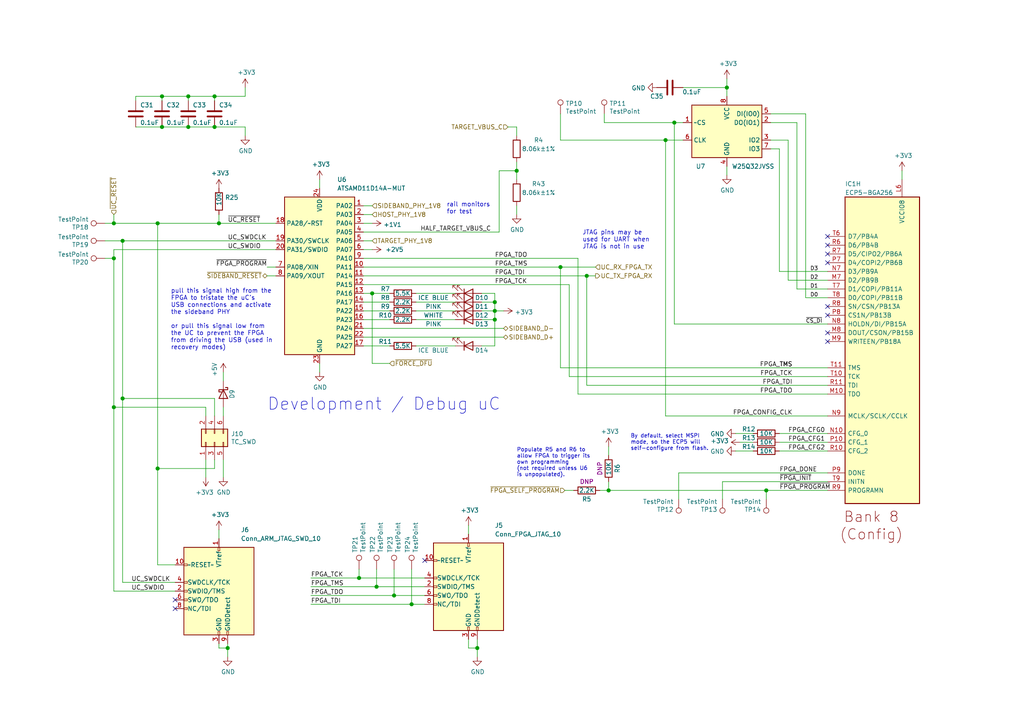
<source format=kicad_sch>
(kicad_sch (version 20210621) (generator eeschema)
  (paper "A4")
  (title_block (title "LUNA: Configuration / Dev / Debug Section") (date "2021-03-10") (rev "r0") (company "Copyright 2019-2021 Great Scott Gadgets") (comment 1 "Katherine J. Temkin") (comment 3 "Licensed under the CERN-OHL-P v2"))
  (junction (at 33.02 64.77) (diameter 1.016))
  (junction (at 33.02 74.93) (diameter 1.016))
  (junction (at 33.02 118.11) (diameter 1.016))
  (junction (at 35.56 69.85) (diameter 1.016))
  (junction (at 35.56 115.57) (diameter 1.016))
  (junction (at 45.72 64.77) (diameter 1.016))
  (junction (at 45.72 135.89) (diameter 1.016))
  (junction (at 46.99 27.94) (diameter 1.016))
  (junction (at 46.99 36.83) (diameter 1.016))
  (junction (at 54.61 27.94) (diameter 1.016))
  (junction (at 54.61 36.83) (diameter 1.016))
  (junction (at 62.23 27.94) (diameter 1.016))
  (junction (at 62.23 36.83) (diameter 1.016))
  (junction (at 63.5 64.77) (diameter 1.016))
  (junction (at 66.04 187.96) (diameter 1.016))
  (junction (at 104.14 167.64) (diameter 1.016))
  (junction (at 107.95 85.09) (diameter 1.016))
  (junction (at 109.22 170.18) (diameter 1.016))
  (junction (at 114.3 172.72) (diameter 1.016))
  (junction (at 119.38 175.26) (diameter 1.016))
  (junction (at 138.43 187.96) (diameter 1.016))
  (junction (at 143.51 87.63) (diameter 1.016))
  (junction (at 143.51 90.17) (diameter 1.016))
  (junction (at 143.51 92.71) (diameter 1.016))
  (junction (at 149.86 49.53) (diameter 1.016))
  (junction (at 162.56 77.47) (diameter 1.016))
  (junction (at 170.18 80.01) (diameter 1.016))
  (junction (at 176.53 142.24) (diameter 1.016))
  (junction (at 193.04 40.64) (diameter 1.016))
  (junction (at 195.58 35.56) (diameter 1.016))
  (junction (at 210.82 25.4) (diameter 1.016))
  (junction (at 222.25 142.24) (diameter 1.016))
  (no_connect (at 50.8 173.99))
  (no_connect (at 50.8 176.53))
  (no_connect (at 123.19 162.56))
  (no_connect (at 240.03 68.58))
  (no_connect (at 240.03 71.12))
  (no_connect (at 240.03 73.66))
  (no_connect (at 240.03 76.2))
  (no_connect (at 240.03 88.9))
  (no_connect (at 240.03 91.44))
  (no_connect (at 240.03 96.52))
  (no_connect (at 240.03 99.06))
  (wire (pts (xy 30.48 64.77) (xy 33.02 64.77)))
  (wire (pts (xy 30.48 69.85) (xy 35.56 69.85)))
  (wire (pts (xy 30.48 74.93) (xy 33.02 74.93)))
  (wire (pts (xy 33.02 62.23) (xy 33.02 64.77)))
  (wire (pts (xy 33.02 64.77) (xy 45.72 64.77)))
  (wire (pts (xy 33.02 72.39) (xy 33.02 74.93)))
  (wire (pts (xy 33.02 72.39) (xy 80.01 72.39)))
  (wire (pts (xy 33.02 74.93) (xy 33.02 118.11)))
  (wire (pts (xy 33.02 118.11) (xy 33.02 171.45)))
  (wire (pts (xy 33.02 171.45) (xy 50.8 171.45)))
  (wire (pts (xy 35.56 69.85) (xy 35.56 115.57)))
  (wire (pts (xy 35.56 69.85) (xy 80.01 69.85)))
  (wire (pts (xy 35.56 115.57) (xy 35.56 168.91)))
  (wire (pts (xy 35.56 168.91) (xy 50.8 168.91)))
  (wire (pts (xy 39.37 27.94) (xy 46.99 27.94)))
  (wire (pts (xy 39.37 29.21) (xy 39.37 27.94)))
  (wire (pts (xy 39.37 36.83) (xy 46.99 36.83)))
  (wire (pts (xy 45.72 64.77) (xy 45.72 135.89)))
  (wire (pts (xy 45.72 64.77) (xy 63.5 64.77)))
  (wire (pts (xy 45.72 135.89) (xy 45.72 163.83)))
  (wire (pts (xy 45.72 163.83) (xy 50.8 163.83)))
  (wire (pts (xy 46.99 29.21) (xy 46.99 27.94)))
  (wire (pts (xy 46.99 36.83) (xy 54.61 36.83)))
  (wire (pts (xy 54.61 27.94) (xy 46.99 27.94)))
  (wire (pts (xy 54.61 29.21) (xy 54.61 27.94)))
  (wire (pts (xy 54.61 36.83) (xy 62.23 36.83)))
  (wire (pts (xy 59.69 118.11) (xy 33.02 118.11)))
  (wire (pts (xy 59.69 120.65) (xy 59.69 118.11)))
  (wire (pts (xy 59.69 133.35) (xy 59.69 138.43)))
  (wire (pts (xy 62.23 27.94) (xy 54.61 27.94)))
  (wire (pts (xy 62.23 27.94) (xy 71.12 27.94)))
  (wire (pts (xy 62.23 29.21) (xy 62.23 27.94)))
  (wire (pts (xy 62.23 36.83) (xy 71.12 36.83)))
  (wire (pts (xy 62.23 115.57) (xy 35.56 115.57)))
  (wire (pts (xy 62.23 120.65) (xy 62.23 115.57)))
  (wire (pts (xy 62.23 133.35) (xy 62.23 135.89)))
  (wire (pts (xy 62.23 135.89) (xy 45.72 135.89)))
  (wire (pts (xy 63.5 62.23) (xy 63.5 64.77)))
  (wire (pts (xy 63.5 64.77) (xy 80.01 64.77)))
  (wire (pts (xy 63.5 153.67) (xy 63.5 156.21)))
  (wire (pts (xy 63.5 186.69) (xy 63.5 187.96)))
  (wire (pts (xy 63.5 187.96) (xy 66.04 187.96)))
  (wire (pts (xy 64.77 107.95) (xy 64.77 110.49)))
  (wire (pts (xy 64.77 120.65) (xy 64.77 118.11)))
  (wire (pts (xy 64.77 133.35) (xy 64.77 138.43)))
  (wire (pts (xy 66.04 186.69) (xy 66.04 187.96)))
  (wire (pts (xy 66.04 187.96) (xy 66.04 190.5)))
  (wire (pts (xy 71.12 27.94) (xy 71.12 25.4)))
  (wire (pts (xy 71.12 36.83) (xy 71.12 39.37)))
  (wire (pts (xy 77.47 77.47) (xy 80.01 77.47)))
  (wire (pts (xy 77.47 80.01) (xy 80.01 80.01)))
  (wire (pts (xy 92.71 52.07) (xy 92.71 54.61)))
  (wire (pts (xy 92.71 105.41) (xy 92.71 107.95)))
  (wire (pts (xy 104.14 165.1) (xy 104.14 167.64)))
  (wire (pts (xy 104.14 167.64) (xy 90.17 167.64)))
  (wire (pts (xy 105.41 59.69) (xy 107.95 59.69)))
  (wire (pts (xy 105.41 62.23) (xy 107.95 62.23)))
  (wire (pts (xy 105.41 69.85) (xy 107.95 69.85)))
  (wire (pts (xy 105.41 72.39) (xy 107.95 72.39)))
  (wire (pts (xy 105.41 74.93) (xy 167.64 74.93)))
  (wire (pts (xy 105.41 77.47) (xy 162.56 77.47)))
  (wire (pts (xy 105.41 82.55) (xy 165.1 82.55)))
  (wire (pts (xy 105.41 85.09) (xy 107.95 85.09)))
  (wire (pts (xy 105.41 87.63) (xy 113.03 87.63)))
  (wire (pts (xy 105.41 90.17) (xy 113.03 90.17)))
  (wire (pts (xy 105.41 92.71) (xy 113.03 92.71)))
  (wire (pts (xy 105.41 97.79) (xy 146.05 97.79)))
  (wire (pts (xy 105.41 100.33) (xy 113.03 100.33)))
  (wire (pts (xy 107.95 64.77) (xy 105.41 64.77)))
  (wire (pts (xy 107.95 85.09) (xy 113.03 85.09)))
  (wire (pts (xy 107.95 105.41) (xy 107.95 85.09)))
  (wire (pts (xy 107.95 105.41) (xy 113.03 105.41)))
  (wire (pts (xy 109.22 165.1) (xy 109.22 170.18)))
  (wire (pts (xy 109.22 170.18) (xy 90.17 170.18)))
  (wire (pts (xy 114.3 165.1) (xy 114.3 172.72)))
  (wire (pts (xy 114.3 172.72) (xy 90.17 172.72)))
  (wire (pts (xy 119.38 165.1) (xy 119.38 175.26)))
  (wire (pts (xy 119.38 175.26) (xy 90.17 175.26)))
  (wire (pts (xy 120.65 85.09) (xy 132.08 85.09)))
  (wire (pts (xy 120.65 92.71) (xy 132.08 92.71)))
  (wire (pts (xy 120.65 100.33) (xy 132.08 100.33)))
  (wire (pts (xy 123.19 167.64) (xy 104.14 167.64)))
  (wire (pts (xy 123.19 170.18) (xy 109.22 170.18)))
  (wire (pts (xy 123.19 172.72) (xy 114.3 172.72)))
  (wire (pts (xy 123.19 175.26) (xy 119.38 175.26)))
  (wire (pts (xy 132.08 87.63) (xy 120.65 87.63)))
  (wire (pts (xy 132.08 90.17) (xy 120.65 90.17)))
  (wire (pts (xy 135.89 152.4) (xy 135.89 154.94)))
  (wire (pts (xy 135.89 185.42) (xy 135.89 187.96)))
  (wire (pts (xy 135.89 187.96) (xy 138.43 187.96)))
  (wire (pts (xy 138.43 187.96) (xy 138.43 185.42)))
  (wire (pts (xy 138.43 187.96) (xy 138.43 190.5)))
  (wire (pts (xy 139.7 87.63) (xy 143.51 87.63)))
  (wire (pts (xy 139.7 92.71) (xy 143.51 92.71)))
  (wire (pts (xy 139.7 100.33) (xy 143.51 100.33)))
  (wire (pts (xy 143.51 85.09) (xy 139.7 85.09)))
  (wire (pts (xy 143.51 87.63) (xy 143.51 85.09)))
  (wire (pts (xy 143.51 90.17) (xy 139.7 90.17)))
  (wire (pts (xy 143.51 90.17) (xy 143.51 87.63)))
  (wire (pts (xy 143.51 92.71) (xy 143.51 90.17)))
  (wire (pts (xy 143.51 100.33) (xy 143.51 92.71)))
  (wire (pts (xy 144.78 49.53) (xy 144.78 67.31)))
  (wire (pts (xy 144.78 49.53) (xy 149.86 49.53)))
  (wire (pts (xy 144.78 67.31) (xy 105.41 67.31)))
  (wire (pts (xy 146.05 90.17) (xy 143.51 90.17)))
  (wire (pts (xy 146.05 95.25) (xy 105.41 95.25)))
  (wire (pts (xy 147.32 36.83) (xy 149.86 36.83)))
  (wire (pts (xy 149.86 36.83) (xy 149.86 39.37)))
  (wire (pts (xy 149.86 49.53) (xy 149.86 46.99)))
  (wire (pts (xy 149.86 49.53) (xy 149.86 52.07)))
  (wire (pts (xy 149.86 62.23) (xy 149.86 59.69)))
  (wire (pts (xy 162.56 33.02) (xy 162.56 40.64)))
  (wire (pts (xy 162.56 40.64) (xy 193.04 40.64)))
  (wire (pts (xy 162.56 77.47) (xy 162.56 106.68)))
  (wire (pts (xy 162.56 77.47) (xy 172.72 77.47)))
  (wire (pts (xy 162.56 106.68) (xy 240.03 106.68)))
  (wire (pts (xy 163.83 142.24) (xy 166.37 142.24)))
  (wire (pts (xy 165.1 109.22) (xy 165.1 82.55)))
  (wire (pts (xy 165.1 109.22) (xy 240.03 109.22)))
  (wire (pts (xy 167.64 74.93) (xy 167.64 114.3)))
  (wire (pts (xy 167.64 114.3) (xy 240.03 114.3)))
  (wire (pts (xy 170.18 80.01) (xy 105.41 80.01)))
  (wire (pts (xy 170.18 80.01) (xy 170.18 111.76)))
  (wire (pts (xy 170.18 80.01) (xy 172.72 80.01)))
  (wire (pts (xy 170.18 111.76) (xy 240.03 111.76)))
  (wire (pts (xy 173.99 142.24) (xy 176.53 142.24)))
  (wire (pts (xy 175.26 35.56) (xy 175.26 33.02)))
  (wire (pts (xy 176.53 129.54) (xy 176.53 132.08)))
  (wire (pts (xy 176.53 142.24) (xy 176.53 139.7)))
  (wire (pts (xy 193.04 40.64) (xy 198.12 40.64)))
  (wire (pts (xy 193.04 120.65) (xy 193.04 40.64)))
  (wire (pts (xy 195.58 35.56) (xy 175.26 35.56)))
  (wire (pts (xy 195.58 35.56) (xy 198.12 35.56)))
  (wire (pts (xy 195.58 93.98) (xy 195.58 35.56)))
  (wire (pts (xy 196.85 137.16) (xy 196.85 144.78)))
  (wire (pts (xy 198.12 25.4) (xy 210.82 25.4)))
  (wire (pts (xy 209.55 139.7) (xy 209.55 144.78)))
  (wire (pts (xy 210.82 22.86) (xy 210.82 25.4)))
  (wire (pts (xy 210.82 27.94) (xy 210.82 25.4)))
  (wire (pts (xy 210.82 48.26) (xy 210.82 50.8)))
  (wire (pts (xy 213.36 125.73) (xy 218.44 125.73)))
  (wire (pts (xy 213.36 130.81) (xy 218.44 130.81)))
  (wire (pts (xy 214.63 128.27) (xy 218.44 128.27)))
  (wire (pts (xy 222.25 142.24) (xy 176.53 142.24)))
  (wire (pts (xy 222.25 142.24) (xy 222.25 144.78)))
  (wire (pts (xy 223.52 33.02) (xy 233.68 33.02)))
  (wire (pts (xy 223.52 40.64) (xy 228.6 40.64)))
  (wire (pts (xy 226.06 43.18) (xy 223.52 43.18)))
  (wire (pts (xy 226.06 78.74) (xy 226.06 43.18)))
  (wire (pts (xy 226.06 125.73) (xy 240.03 125.73)))
  (wire (pts (xy 226.06 128.27) (xy 240.03 128.27)))
  (wire (pts (xy 226.06 130.81) (xy 240.03 130.81)))
  (wire (pts (xy 228.6 40.64) (xy 228.6 81.28)))
  (wire (pts (xy 228.6 81.28) (xy 240.03 81.28)))
  (wire (pts (xy 231.14 35.56) (xy 223.52 35.56)))
  (wire (pts (xy 231.14 83.82) (xy 231.14 35.56)))
  (wire (pts (xy 233.68 33.02) (xy 233.68 86.36)))
  (wire (pts (xy 233.68 86.36) (xy 240.03 86.36)))
  (wire (pts (xy 240.03 78.74) (xy 226.06 78.74)))
  (wire (pts (xy 240.03 83.82) (xy 231.14 83.82)))
  (wire (pts (xy 240.03 93.98) (xy 195.58 93.98)))
  (wire (pts (xy 240.03 120.65) (xy 193.04 120.65)))
  (wire (pts (xy 240.03 137.16) (xy 196.85 137.16)))
  (wire (pts (xy 240.03 139.7) (xy 209.55 139.7)))
  (wire (pts (xy 240.03 142.24) (xy 222.25 142.24)))
  (wire (pts (xy 261.62 52.07) (xy 261.62 49.53)))
  (text "pull this signal high from the\nFPGA to tristate the uC’s \nUSB connections and activate\nthe sideband PHY\n\nor pull this signal low from\nthe UC to prevent the FPGA\nfrom driving the USB (used in\nrecovery modes)" (at 49.53 101.6 0) (effects (font (size 1.27 1.27)) (justify left bottom)))
  (text "Development / Debug uC" (at 77.47 119.38 0) (effects (font (size 3.5052 3.5052)) (justify left bottom)))
  (text "rail monitors\nfor test" (at 129.54 62.23 0) (effects (font (size 1.27 1.27)) (justify left bottom)))
  (text "Populate R5 and R6 to\nallow FPGA to trigger its\nown programming\n(not required unless U6\nis unpopulated)." (at 149.86 138.43 0) (effects (font (size 1.1176 1.1176)) (justify left bottom)))
  (text "JTAG pins may be\nused for UART when\nJTAG is not in use" (at 168.91 72.39 0) (effects (font (size 1.27 1.27)) (justify left bottom)))
  (text "By default, select MSPI \nmode, so the ECP5 will \nself-configure from flash." (at 182.88 130.81 0) (effects (font (size 1.1176 1.1176)) (justify left bottom)))
  (label "UC_SWDCLK" (at 38.1 168.91 0))
  (label "UC_SWDIO" (at 38.1 171.45 0))
  (label "~{UC_RESET}" (at 66.04 64.77 0))
  (label "UC_SWDCLK" (at 66.04 69.85 0))
  (label "UC_SWDIO" (at 66.04 72.39 0))
  (label "~{FPGA_PROGRAM}" (at 77.47 77.47 180))
  (label "FPGA_TCK" (at 90.17 167.64 0))
  (label "FPGA_TMS" (at 90.17 170.18 0))
  (label "FPGA_TDO" (at 90.17 172.72 0))
  (label "FPGA_TDI" (at 90.17 175.26 0))
  (label "HALF_TARGET_VBUS_C" (at 121.92 67.31 0))
  (label "FPGA_TDO" (at 143.51 74.93 0))
  (label "FPGA_TMS" (at 143.51 77.47 0))
  (label "FPGA_TDI" (at 143.51 80.01 0))
  (label "FPGA_TCK" (at 143.51 82.55 0))
  (label "FPGA_DONE" (at 226.06 137.16 0))
  (label "~{FPGA_INIT}" (at 226.06 139.7 0))
  (label "~{FPGA_PROGRAM}" (at 226.06 142.24 0))
  (label "FPGA_CFG0" (at 228.6 125.73 0))
  (label "FPGA_CFG1" (at 228.6 128.27 0))
  (label "FPGA_CFG2" (at 228.6 130.81 0))
  (label "FPGA_TMS" (at 229.87 106.68 180))
  (label "TMS" (at 229.87 106.68 180))
  (label "FPGA_TCK" (at 229.87 109.22 180))
  (label "FPGA_TDI" (at 229.87 111.76 180))
  (label "FPGA_TDO" (at 229.87 114.3 180))
  (label "FPGA_CONFIG_CLK" (at 229.87 120.65 180))
  (label "~{CS_DI}" (at 233.68 93.98 0) (effects (font (size 1.1176 1.1176))))
  (label "D3" (at 234.95 78.74 0) (effects (font (size 1.1176 1.1176))))
  (label "D2" (at 234.95 81.28 0) (effects (font (size 1.1176 1.1176))))
  (label "D1" (at 234.95 83.82 0) (effects (font (size 1.1176 1.1176))))
  (label "D0" (at 234.95 86.36 0) (effects (font (size 1.1176 1.1176))))
  (hierarchical_label "~{UC_RESET}" (shape input) (at 33.02 62.23 90))
  (hierarchical_label "~{SIDEBAND_RESET}" (shape bidirectional) (at 77.47 80.01 180))
  (hierarchical_label "SIDEBAND_PHY_1V8" (shape input) (at 107.95 59.69 0))
  (hierarchical_label "HOST_PHY_1V8" (shape input) (at 107.95 62.23 0))
  (hierarchical_label "TARGET_PHY_1V8" (shape input) (at 107.95 69.85 0))
  (hierarchical_label "~{FORCE_DFU}" (shape input) (at 113.03 105.41 0))
  (hierarchical_label "SIDEBAND_D-" (shape bidirectional) (at 146.05 95.25 0))
  (hierarchical_label "SIDEBAND_D+" (shape bidirectional) (at 146.05 97.79 0))
  (hierarchical_label "TARGET_VBUS_C" (shape input) (at 147.32 36.83 180))
  (hierarchical_label "~{FPGA_SELF_PROGRAM}" (shape input) (at 163.83 142.24 180))
  (hierarchical_label "UC_RX_FPGA_TX" (shape input) (at 172.72 77.47 0))
  (hierarchical_label "UC_TX_FPGA_RX" (shape output) (at 172.72 80.01 0))
  (symbol (lib_id "power:+3V3") (at 59.69 138.43 180) (unit 1)
    (property "Reference" "#PWR0133" (effects hide))
    (property "Value" "+3V3" (at 59.3344 142.8242 0))
  )
  (symbol (lib_id "power:+3V3") (at 63.5 54.61 0) (unit 1)
    (property "Reference" "#PWR0103" (effects hide))
    (property "Value" "+3V3" (at 63.8556 50.2158 0))
  )
  (symbol (lib_id "power:+3V3") (at 63.5 153.67 0) (unit 1)
    (property "Reference" "#PWR048" (effects hide))
    (property "Value" "+3V3" (at 63.8556 149.2758 0))
  )
  (symbol (lib_id "power:+5V") (at 64.77 107.95 0)
    (property "Reference" "#PWR0136" (effects hide))
    (property "Value" "+5V" (at 62.23 109.22 90) (effects (justify left)))
  )
  (symbol (lib_id "power:+3V3") (at 71.12 25.4 0) (unit 1)
    (property "Reference" "#PWR045" (effects hide))
    (property "Value" "+3V3" (at 71.501 21.0058 0))
  )
  (symbol (lib_id "power:+3V3") (at 92.71 52.07 0) (unit 1)
    (property "Reference" "#PWR0112" (effects hide))
    (property "Value" "+3V3" (at 93.091 47.6758 0))
  )
  (symbol (lib_id "power:+1V1") (at 107.95 64.77 270) (unit 1)
    (property "Reference" "#PWR040" (effects hide))
    (property "Value" "+1V1" (at 111.2012 65.151 90) (effects (justify left)))
  )
  (symbol (lib_id "power:+2V5") (at 107.95 72.39 270) (unit 1)
    (property "Reference" "#PWR046" (effects hide))
    (property "Value" "+2V5" (at 111.76 72.39 90) (effects (justify left)))
  )
  (symbol (lib_id "power:+3V3") (at 135.89 152.4 0) (unit 1)
    (property "Reference" "#PWR0124" (effects hide))
    (property "Value" "+3V3" (at 136.2456 148.0058 0))
  )
  (symbol (lib_id "power:+3V3") (at 146.05 90.17 270) (unit 1)
    (property "Reference" "#PWR047" (effects hide))
    (property "Value" "+3V3" (at 149.3012 90.5256 90) (effects (justify left)))
  )
  (symbol (lib_id "power:+3V3") (at 176.53 129.54 0) (unit 1)
    (property "Reference" "#PWR02" (effects hide))
    (property "Value" "+3V3" (at 176.8856 125.1458 0))
  )
  (symbol (lib_id "power:+3V3") (at 210.82 22.86 0) (unit 1)
    (property "Reference" "#PWR051" (effects hide))
    (property "Value" "+3V3" (at 211.201 18.4658 0))
  )
  (symbol (lib_id "power:+3V3") (at 214.63 128.27 90) (unit 1)
    (property "Reference" "#PWR055" (effects hide))
    (property "Value" "+3V3" (at 211.3788 127.889 90) (effects (justify left)))
  )
  (symbol (lib_id "power:+3V3") (at 261.62 49.53 0) (unit 1)
    (property "Reference" "#PWR056" (effects hide))
    (property "Value" "+3V3" (at 262.001 45.1358 0))
  )
  (symbol (lib_id "Connector:TestPoint") (at 30.48 64.77 90)
    (property "Reference" "TP18" (at 25.7302 65.913 90) (effects (justify left)))
    (property "Value" "TestPoint" (at 25.7302 63.627 90) (effects (justify left)))
    (property "Footprint" "TestPoint:TestPoint_Pad_D1.0mm" (effects hide))
    (property "Note" "DNP" (effects hide))
  )
  (symbol (lib_id "Connector:TestPoint") (at 30.48 69.85 90)
    (property "Reference" "TP19" (at 25.7302 70.993 90) (effects (justify left)))
    (property "Value" "TestPoint" (at 25.7302 68.707 90) (effects (justify left)))
    (property "Footprint" "TestPoint:TestPoint_Pad_D1.0mm" (effects hide))
    (property "Note" "DNP" (effects hide))
  )
  (symbol (lib_id "Connector:TestPoint") (at 30.48 74.93 90)
    (property "Reference" "TP20" (at 25.7302 76.073 90) (effects (justify left)))
    (property "Value" "TestPoint" (at 25.7302 73.787 90) (effects (justify left)))
    (property "Footprint" "TestPoint:TestPoint_Pad_D1.0mm" (effects hide))
    (property "Note" "DNP" (effects hide))
  )
  (symbol (lib_id "Connector:TestPoint") (at 104.14 165.1 0)
    (property "Reference" "TP21" (at 102.997 160.3502 90) (effects (justify left)))
    (property "Value" "TestPoint" (at 105.283 160.3502 90) (effects (justify left)))
    (property "Footprint" "TestPoint:TestPoint_Pad_D1.0mm" (effects hide))
    (property "Note" "DNP" (effects hide))
  )
  (symbol (lib_id "Connector:TestPoint") (at 109.22 165.1 0)
    (property "Reference" "TP22" (at 108.077 160.3502 90) (effects (justify left)))
    (property "Value" "TestPoint" (at 110.363 160.3502 90) (effects (justify left)))
    (property "Footprint" "TestPoint:TestPoint_Pad_D1.0mm" (effects hide))
    (property "Note" "DNP" (effects hide))
  )
  (symbol (lib_id "Connector:TestPoint") (at 114.3 165.1 0)
    (property "Reference" "TP23" (at 113.157 160.3502 90) (effects (justify left)))
    (property "Value" "TestPoint" (at 115.443 160.3502 90) (effects (justify left)))
    (property "Footprint" "TestPoint:TestPoint_Pad_D1.0mm" (effects hide))
    (property "Note" "DNP" (effects hide))
  )
  (symbol (lib_id "Connector:TestPoint") (at 119.38 165.1 0)
    (property "Reference" "TP24" (at 118.237 160.3502 90) (effects (justify left)))
    (property "Value" "TestPoint" (at 120.523 160.3502 90) (effects (justify left)))
    (property "Footprint" "TestPoint:TestPoint_Pad_D1.0mm" (effects hide))
    (property "Note" "DNP" (effects hide))
  )
  (symbol (lib_id "Connector:TestPoint") (at 162.56 33.02 0)
    (property "Reference" "TP10" (at 164.0332 30.0228 0) (effects (justify left)))
    (property "Value" "TestPoint" (at 164.0332 32.3088 0) (effects (justify left)))
    (property "Footprint" "TestPoint:TestPoint_Pad_D1.0mm" (effects hide))
    (property "Note" "DNP" (effects hide))
  )
  (symbol (lib_id "Connector:TestPoint") (at 175.26 33.02 0)
    (property "Reference" "TP11" (at 176.7332 30.0228 0) (effects (justify left)))
    (property "Value" "TestPoint" (at 176.7332 32.3088 0) (effects (justify left)))
    (property "Footprint" "TestPoint:TestPoint_Pad_D1.0mm" (effects hide))
    (property "Note" "DNP" (effects hide))
  )
  (symbol (lib_id "Connector:TestPoint") (at 196.85 144.78 180)
    (property "Reference" "TP12" (at 195.3768 147.7772 0) (effects (justify left)))
    (property "Value" "TestPoint" (at 195.3768 145.4912 0) (effects (justify left)))
    (property "Footprint" "TestPoint:TestPoint_Pad_D1.0mm" (effects hide))
    (property "Note" "DNP" (effects hide))
  )
  (symbol (lib_id "Connector:TestPoint") (at 209.55 144.78 180)
    (property "Reference" "TP13" (at 208.0768 147.7772 0) (effects (justify left)))
    (property "Value" "TestPoint" (at 208.0768 145.4912 0) (effects (justify left)))
    (property "Footprint" "TestPoint:TestPoint_Pad_D1.0mm" (effects hide))
    (property "Note" "DNP" (effects hide))
  )
  (symbol (lib_id "Connector:TestPoint") (at 222.25 144.78 180)
    (property "Reference" "TP14" (at 220.7768 147.7772 0) (effects (justify left)))
    (property "Value" "TestPoint" (at 220.7768 145.4912 0) (effects (justify left)))
    (property "Footprint" "TestPoint:TestPoint_Pad_D1.0mm" (effects hide))
    (property "Note" "DNP" (effects hide))
  )
  (symbol (lib_id "power:GND") (at 64.77 138.43 0) (unit 1)
    (property "Reference" "#PWR0131" (effects hide))
    (property "Value" "GND" (at 64.8716 142.7988 0))
  )
  (symbol (lib_id "power:GND") (at 66.04 190.5 0) (unit 1)
    (property "Reference" "#PWR049" (effects hide))
    (property "Value" "GND" (at 66.1416 194.8688 0))
  )
  (symbol (lib_id "power:GND") (at 71.12 39.37 0) (unit 1)
    (property "Reference" "#PWR041" (effects hide))
    (property "Value" "GND" (at 71.247 43.7642 0))
  )
  (symbol (lib_id "power:GND") (at 92.71 107.95 0) (unit 1)
    (property "Reference" "#PWR044" (effects hide))
    (property "Value" "GND" (at 92.837 112.3442 0))
  )
  (symbol (lib_id "power:GND") (at 138.43 190.5 0) (unit 1)
    (property "Reference" "#PWR020" (effects hide))
    (property "Value" "GND" (at 138.5316 194.8688 0))
  )
  (symbol (lib_id "power:GND") (at 149.86 62.23 0) (unit 1)
    (property "Reference" "#PWR016" (effects hide))
    (property "Value" "GND" (at 149.987 66.6242 0))
  )
  (symbol (lib_id "power:GND") (at 190.5 25.4 270) (unit 1)
    (property "Reference" "#PWR050" (effects hide))
    (property "Value" "GND" (at 187.2488 25.527 90) (effects (justify right)))
  )
  (symbol (lib_id "power:GND") (at 210.82 50.8 0) (unit 1)
    (property "Reference" "#PWR052" (effects hide))
    (property "Value" "GND" (at 210.947 55.1942 0))
  )
  (symbol (lib_id "power:GND") (at 213.36 125.73 270) (unit 1)
    (property "Reference" "#PWR053" (effects hide))
    (property "Value" "GND" (at 210.1088 125.857 90) (effects (justify right)))
  )
  (symbol (lib_id "power:GND") (at 213.36 130.81 270) (unit 1)
    (property "Reference" "#PWR054" (effects hide))
    (property "Value" "GND" (at 210.1088 130.937 90) (effects (justify right)))
  )
  (symbol (lib_id "Device:R") (at 63.5 58.42 0) (unit 1)
    (property "Reference" "R25" (at 65.278 57.277 0) (effects (justify left)))
    (property "Value" "10K" (at 63.5 59.69 90) (effects (justify left)))
    (property "Footprint" "Resistor_SMD:R_0402_1005Metric" (effects hide))
    (property "Part Number" "GENERIC-RES-0402-10K" (effects hide))
    (property "Substitution" "any equivalent" (effects hide))
  )
  (symbol (lib_id "Device:R") (at 116.84 85.09 270) (mirror x)
    (property "Reference" "R7" (at 111.76 83.82 90))
    (property "Value" "5.5K" (at 116.84 85.09 90))
    (property "Footprint" "Resistor_SMD:R_0402_1005Metric" (effects hide))
    (property "Part Number" "ERJ-2RKF5491X" (effects hide))
    (property "Substitution" "any equivalent" (effects hide))
    (property "Description" "RES SMD 5.49K OHM 1% 1/10W 0402" (effects hide))
    (property "Manufacturer" "Panasonic" (effects hide))
  )
  (symbol (lib_id "Device:R") (at 116.84 87.63 270)
    (property "Reference" "R8" (at 111.76 86.36 90))
    (property "Value" "2.2K" (at 116.84 87.63 90))
    (property "Footprint" "Resistor_SMD:R_0402_1005Metric" (effects hide))
    (property "Part Number" "GENERIC-RES-0402-2.2K" (effects hide))
    (property "Substitution" "any equivalent" (effects hide))
  )
  (symbol (lib_id "Device:R") (at 116.84 90.17 270)
    (property "Reference" "R9" (at 111.76 88.9 90))
    (property "Value" "2.2K" (at 116.84 90.17 90))
    (property "Footprint" "Resistor_SMD:R_0402_1005Metric" (effects hide))
    (property "Part Number" "GENERIC-RES-0402-2.2K" (effects hide))
    (property "Substitution" "any equivalent" (effects hide))
  )
  (symbol (lib_id "Device:R") (at 116.84 92.71 270)
    (property "Reference" "R10" (at 111.76 91.44 90))
    (property "Value" "2.2K" (at 116.84 92.71 90))
    (property "Footprint" "Resistor_SMD:R_0402_1005Metric" (effects hide))
    (property "Part Number" "GENERIC-RES-0402-2.2K" (effects hide))
    (property "Substitution" "any equivalent" (effects hide))
  )
  (symbol (lib_id "Device:R") (at 116.84 100.33 270) (mirror x)
    (property "Reference" "R11" (at 111.76 99.06 90))
    (property "Value" "5.5K" (at 116.84 100.33 90))
    (property "Footprint" "Resistor_SMD:R_0402_1005Metric" (effects hide))
    (property "Part Number" "ERJ-2RKF5491X" (effects hide))
    (property "Substitution" "any equivalent" (effects hide))
    (property "Description" "RES SMD 5.49K OHM 1% 1/10W 0402" (effects hide))
    (property "Manufacturer" "Panasonic" (effects hide))
  )
  (symbol (lib_id "Device:R") (at 149.86 43.18 180)
    (property "Reference" "R4" (at 156.21 40.64 0))
    (property "Value" "8.06k±1%" (at 156.21 43.18 0))
    (property "Footprint" "Resistor_SMD:R_0402_1005Metric" (effects hide))
    (property "Description" "RES SMD 8.06K OHM 1% 1/10W 0402" (effects hide))
    (property "Manufacturer" "Panasonic" (effects hide))
    (property "Part Number" "ERJ-2RKF8061X" (effects hide))
    (property "Substitution" "any equivalent" (effects hide))
  )
  (symbol (lib_id "Device:R") (at 149.86 55.88 180)
    (property "Reference" "R43" (at 156.21 53.34 0))
    (property "Value" "8.06k±1%" (at 156.21 55.88 0))
    (property "Footprint" "Resistor_SMD:R_0402_1005Metric" (effects hide))
    (property "Description" "RES SMD 8.06K OHM 1% 1/10W 0402" (effects hide))
    (property "Manufacturer" "Panasonic" (effects hide))
    (property "Part Number" "ERJ-2RKF8061X" (effects hide))
    (property "Substitution" "any equivalent" (effects hide))
  )
  (symbol (lib_id "Device:R") (at 170.18 142.24 270)
    (property "Reference" "R5" (at 170.18 144.78 90))
    (property "Value" "2.2K" (at 170.18 142.24 90))
    (property "Footprint" "Resistor_SMD:R_0402_1005Metric" (effects hide))
    (property "Part Number" "GENERIC-RES-0402-2.2K" (effects hide))
    (property "Note" "DNP" (at 170.18 139.7 90))
    (property "Substitution" "any equivalent" (effects hide))
  )
  (symbol (lib_id "Device:R") (at 176.53 135.89 0)
    (property "Reference" "R6" (at 179.07 135.89 90))
    (property "Value" "10K" (at 176.53 135.89 90))
    (property "Footprint" "Resistor_SMD:R_0402_1005Metric" (effects hide))
    (property "Part Number" "GENERIC-RES-0402-10K" (effects hide))
    (property "Note" "DNP" (at 173.99 135.89 90))
    (property "Substitution" "any equivalent" (effects hide))
  )
  (symbol (lib_id "Device:R") (at 222.25 125.73 270) (unit 1)
    (property "Reference" "R12" (at 217.17 124.46 90))
    (property "Value" "10K" (at 222.25 125.73 90))
    (property "Footprint" "Resistor_SMD:R_0402_1005Metric" (effects hide))
    (property "Part Number" "GENERIC-RES-0402-10K" (effects hide))
    (property "Substitution" "any equivalent" (effects hide))
  )
  (symbol (lib_id "Device:R") (at 222.25 128.27 270) (unit 1)
    (property "Reference" "R13" (at 217.17 127 90))
    (property "Value" "10K" (at 222.25 128.27 90))
    (property "Footprint" "Resistor_SMD:R_0402_1005Metric" (effects hide))
    (property "Part Number" "GENERIC-RES-0402-10K" (effects hide))
    (property "Substitution" "any equivalent" (effects hide))
  )
  (symbol (lib_id "Device:R") (at 222.25 130.81 270) (unit 1)
    (property "Reference" "R14" (at 217.17 129.54 90))
    (property "Value" "10K" (at 222.25 130.81 90))
    (property "Footprint" "Resistor_SMD:R_0402_1005Metric" (effects hide))
    (property "Part Number" "GENERIC-RES-0402-10K" (effects hide))
    (property "Substitution" "any equivalent" (effects hide))
  )
  (symbol (lib_id "Device:D_Schottky") (at 64.77 114.3 270)
    (property "Reference" "D9" (at 67.31 114.3 0))
    (property "Value" "PMEG4010ESBYL" (effects hide))
    (property "Footprint" "Diode_SMD:D_0402_1005Metric" (effects hide))
    (property "Manufacturer" "Nexperia" (effects hide))
    (property "Part Number" "PMEG4010ESBYL" (effects hide))
    (property "Description" "DIODE SCHOTTKY 40V 1A DSN1006-2" (effects hide))
  )
  (symbol (lib_id "Device:LED") (at 135.89 85.09 0) (mirror x) (unit 1)
    (property "Reference" "D10" (at 139.7 86.36 0))
    (property "Value" "ICE BLUE" (at 125.73 86.36 0))
    (property "Footprint" "LED_SMD:LED_0603_1608Metric_Pad1.05x0.95mm_HandSolder" (effects hide))
    (property "Part Number" "MHT192WDT-ICE" (effects hide))
    (property "Manufacturer" "MEIHUA" (effects hide))
    (property "Description" "LED SMD 0603 ICE BLUE" (effects hide))
  )
  (symbol (lib_id "Device:LED") (at 135.89 87.63 0) (mirror x) (unit 1)
    (property "Reference" "D11" (at 139.7 88.9 0))
    (property "Value" "PINK" (at 125.73 88.9 0))
    (property "Footprint" "LED_SMD:LED_0603_1608Metric_Pad1.05x0.95mm_HandSolder" (effects hide))
    (property "Part Number" "OSK40603C1E" (effects hide))
    (property "Manufacturer" "OptoSupply" (effects hide))
    (property "Description" "LED SMD 0603 PINK" (effects hide))
  )
  (symbol (lib_id "Device:LED") (at 135.89 90.17 0) (mirror x) (unit 1)
    (property "Reference" "D12" (at 139.7 91.44 0))
    (property "Value" "WHITE" (at 125.73 91.44 0))
    (property "Footprint" "LED_SMD:LED_0603_1608Metric_Pad1.05x0.95mm_HandSolder" (effects hide))
    (property "Part Number" "ORH-W46G" (effects hide))
    (property "Manufacturer" "Orient" (effects hide))
    (property "Description" "LED SMD 0603 WHITE" (effects hide))
  )
  (symbol (lib_id "Device:LED") (at 135.89 92.71 0) (mirror x) (unit 1)
    (property "Reference" "D13" (at 139.7 93.98 0))
    (property "Value" "PINK" (at 125.73 93.98 0))
    (property "Footprint" "LED_SMD:LED_0603_1608Metric_Pad1.05x0.95mm_HandSolder" (effects hide))
    (property "Part Number" "OSK40603C1E" (effects hide))
    (property "Manufacturer" "OptoSupply" (effects hide))
    (property "Description" "LED SMD 0603 PINK" (effects hide))
  )
  (symbol (lib_id "Device:LED") (at 135.89 100.33 0) (mirror x) (unit 1)
    (property "Reference" "D14" (at 139.7 101.6 0))
    (property "Value" "ICE BLUE" (at 125.73 101.6 0))
    (property "Footprint" "LED_SMD:LED_0603_1608Metric_Pad1.05x0.95mm_HandSolder" (effects hide))
    (property "Part Number" "MHT192WDT-ICE" (effects hide))
    (property "Manufacturer" "MEIHUA" (effects hide))
    (property "Description" "LED SMD 0603 ICE BLUE" (effects hide))
  )
  (symbol (lib_id "Device:C") (at 39.37 33.02 0) (unit 1)
    (property "Reference" "C31" (at 40.64 30.48 0) (effects (justify left)))
    (property "Value" "0.1uF" (at 40.64 35.56 0) (effects (justify left)))
    (property "Footprint" "Capacitor_SMD:C_0402_1005Metric" (effects hide))
    (property "Part Number" "GENERIC-CAP-0402-0.1uF" (effects hide))
    (property "Substitution" "any equivalent" (effects hide))
  )
  (symbol (lib_id "Device:C") (at 46.99 33.02 0) (unit 1)
    (property "Reference" "C32" (at 48.26 30.48 0) (effects (justify left)))
    (property "Value" "0.1uF" (at 48.26 35.56 0) (effects (justify left)))
    (property "Footprint" "Capacitor_SMD:C_0402_1005Metric" (effects hide))
    (property "Part Number" "GENERIC-CAP-0402-0.1uF" (effects hide))
    (property "Substitution" "any equivalent" (effects hide))
  )
  (symbol (lib_id "Device:C") (at 54.61 33.02 0) (unit 1)
    (property "Reference" "C33" (at 55.88 30.48 0) (effects (justify left)))
    (property "Value" "0.1uF" (at 55.88 35.56 0) (effects (justify left)))
    (property "Footprint" "Capacitor_SMD:C_0402_1005Metric" (effects hide))
    (property "Part Number" "GENERIC-CAP-0402-0.1uF" (effects hide))
    (property "Substitution" "any equivalent" (effects hide))
  )
  (symbol (lib_id "Device:C") (at 62.23 33.02 0) (unit 1)
    (property "Reference" "C34" (at 63.5 30.48 0) (effects (justify left)))
    (property "Value" "0.1uF" (at 63.5 35.56 0) (effects (justify left)))
    (property "Footprint" "Capacitor_SMD:C_0402_1005Metric" (effects hide))
    (property "Part Number" "GENERIC-CAP-0402-0.1uF" (effects hide))
    (property "Substitution" "any equivalent" (effects hide))
  )
  (symbol (lib_id "Device:C") (at 194.31 25.4 270) (unit 1)
    (property "Reference" "C35" (at 190.5 27.94 90))
    (property "Value" "0.1uF" (at 200.66 26.67 90))
    (property "Footprint" "Capacitor_SMD:C_0402_1005Metric" (effects hide))
    (property "Part Number" "GENERIC-CAP-0402-0.1uF" (effects hide))
    (property "Substitution" "any equivalent" (effects hide))
  )
  (symbol (lib_id "Connector_Generic:Conn_02x03_Odd_Even") (at 62.23 128.27 90) (unit 1)
    (property "Reference" "J10" (at 67.0052 125.8316 90) (effects (justify right)))
    (property "Value" "TC_SWD" (at 67.0052 128.143 90) (effects (justify right)))
    (property "Footprint" "Connector:Tag-Connect_TC2030-IDC-FP_2x03_P1.27mm_Vertical" (effects hide))
    (property "Manufacturer" "Tag-Connect" (effects hide))
    (property "Note" "DNP" (effects hide))
    (property "Part Number" "TC2030-IDC" (effects hide))
    (property "Substitution" "TC2030-CTX" (effects hide))
  )
  (symbol (lib_id "Memory_Flash:W25Q32JVSS") (at 210.82 38.1 0) (unit 1)
    (property "Reference" "U7" (at 203.2 48.26 0))
    (property "Value" "W25Q32JVSS" (at 218.44 48.26 0))
    (property "Footprint" "Package_SO:SOIC-8_5.23x5.23mm_P1.27mm" (effects hide))
    (property "Datasheet" "http://www.winbond.com/resource-files/w25q32jv%20revg%2003272018%20plus.pdf" (effects hide))
    (property "Description" "IC FLASH 32M SPI 133MHZ 8SOIC" (effects hide))
    (property "Manufacturer" "Winbond" (effects hide))
    (property "Part Number" "W25Q32JVSSIQ" (effects hide))
  )
  (symbol (lib_id "Connector:Conn_ARM_JTAG_SWD_10") (at 63.5 171.45 0) (mirror y) (unit 1)
    (property "Reference" "J6" (at 69.85 153.67 0) (effects (justify right)))
    (property "Value" "Conn_ARM_JTAG_SWD_10" (at 69.85 156.21 0) (effects (justify right)))
    (property "Footprint" "luna:SWD_CONNECTOR_LARGE_BOX" (effects hide))
    (property "Datasheet" "http://infocenter.arm.com/help/topic/com.arm.doc.ddi0314h/DDI0314H_coresight_components_trm.pdf" (effects hide))
    (property "Description" "CONN HEADER VERT 10POS 1.27MM" (effects hide))
    (property "Manufacturer" "Samtec" (effects hide))
    (property "Part Number" "FTSH-105-01-F-D-K" (effects hide))
  )
  (symbol (lib_id "Connector:Conn_ARM_JTAG_SWD_10") (at 135.89 170.18 0) (mirror y) (unit 1)
    (property "Reference" "J5" (at 143.51 152.4 0) (effects (justify right)))
    (property "Value" "Conn_FPGA_JTAG_10" (at 143.51 154.94 0) (effects (justify right)))
    (property "Footprint" "luna:SWD_CONNECTOR_LARGE_BOX" (effects hide))
    (property "Datasheet" "http://infocenter.arm.com/help/topic/com.arm.doc.ddi0314h/DDI0314H_coresight_components_trm.pdf" (effects hide))
    (property "Description" "CONN HEADER VERT 10POS 1.27MM" (effects hide))
    (property "Manufacturer" "Samtec" (effects hide))
    (property "Part Number" "FTSH-105-01-F-D-K" (effects hide))
  )
  (symbol (lib_id "MCU_Microchip_SAMD:ATSAMD11D14A-M") (at 92.71 80.01 0) (unit 1)
    (property "Reference" "U6" (at 97.79 52.07 0) (effects (justify left)))
    (property "Value" "ATSAMD11D14A-MUT" (at 97.79 54.61 0) (effects (justify left)))
    (property "Footprint" "Package_DFN_QFN:QFN-24-1EP_4x4mm_P0.5mm_EP2.6x2.6mm" (effects hide))
    (property "Datasheet" "http://ww1.microchip.com/downloads/en/DeviceDoc/Atmel-42363-SAM-D11_Datasheet.pdf" (effects hide))
    (property "Description" "IC MCU 32BIT 16KB FLASH 24QFN" (effects hide))
    (property "Manufacturer" "Microchip" (effects hide))
    (property "Part Number" "ATSAMD11D14A-MUT" (effects hide))
  )
  (symbol (lib_id "fpgas_and_processors:ECP5-BGA256") (at 266.7 57.15 0) (mirror y) (unit 8)
    (property "Reference" "IC1" (at 245.11 53.34 0) (effects (justify right)))
    (property "Value" "ECP5-BGA256" (at 245.11 55.88 0) (effects (justify right)))
    (property "Footprint" "luna:lattice_cabga256" (effects hide))
    (property "Description" "FPGA - Field Programmable Gate Array ECP5; 12k LUTs; 1.1V" (effects hide))
    (property "Manufacturer" "Lattice" (effects hide))
    (property "Part Number" "LFE5U-12F-6BG256C" (effects hide))
    (property "Substitution" "LFE5U-12F-*BG256*" (effects hide))
  )
)
</source>
